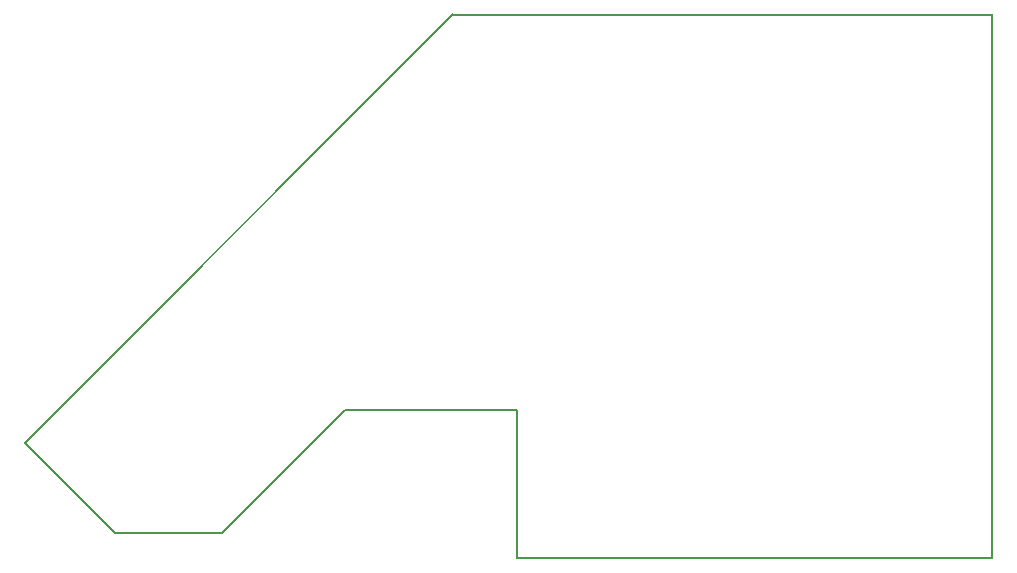
<source format=gbr>
G04 #@! TF.GenerationSoftware,KiCad,Pcbnew,5.0.0-fee4fd1~65~ubuntu17.10.1*
G04 #@! TF.CreationDate,2018-09-05T22:10:36-07:00*
G04 #@! TF.ProjectId,ATX2PCjr,4154583250436A722E6B696361645F70,rev?*
G04 #@! TF.SameCoordinates,Original*
G04 #@! TF.FileFunction,Profile,NP*
%FSLAX46Y46*%
G04 Gerber Fmt 4.6, Leading zero omitted, Abs format (unit mm)*
G04 Created by KiCad (PCBNEW 5.0.0-fee4fd1~65~ubuntu17.10.1) date Wed Sep  5 22:10:36 2018*
%MOMM*%
%LPD*%
G01*
G04 APERTURE LIST*
%ADD10C,0.150000*%
%ADD11C,0.200000*%
G04 APERTURE END LIST*
D10*
X146590000Y-50240000D02*
X101010000Y-50240000D01*
X146580000Y-84010000D02*
X146580000Y-50230000D01*
X146580000Y-84010000D02*
X146580000Y-96280000D01*
X64750000Y-86480000D02*
X101010000Y-50220000D01*
X72360000Y-94110000D02*
X64750000Y-86480000D01*
X81410000Y-94110000D02*
X72360000Y-94110000D01*
X91820000Y-83700000D02*
X81410000Y-94110000D01*
X101600000Y-83700000D02*
X91820000Y-83700000D01*
D11*
X106426000Y-96266000D02*
X146558000Y-96266000D01*
X106426000Y-83693000D02*
X106426000Y-96266000D01*
X101598330Y-83693000D02*
X106426000Y-83693000D01*
M02*

</source>
